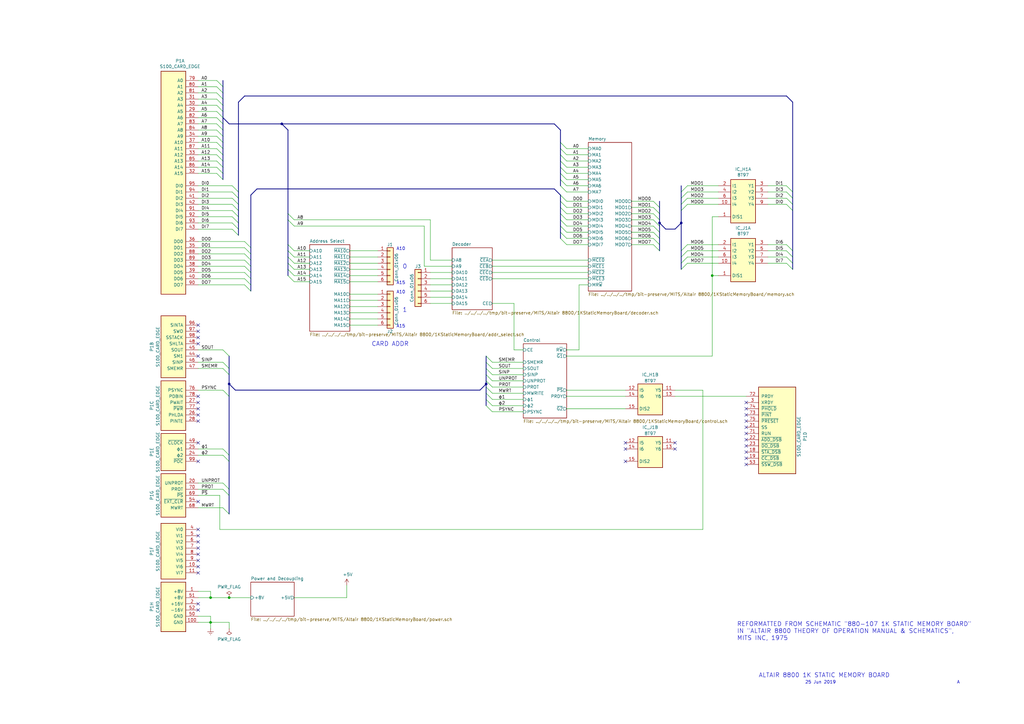
<source format=kicad_sch>
(kicad_sch (version 20230121) (generator eeschema)
  (paper "A3")
  (lib_symbols
    (symbol "1KStaticMemoryBoard-rescue:8T97-altair8800"
      (property "Reference" "U" (at -3.81 12.7 0))
      (property "Value" "altair8800_8T97" (at 2.54 12.7 0))
      (symbol "8T97-altair8800_1_1"
        (rectangle (start -5.08 7.62) (end 5.08 -10.16) (stroke (width 0.254)) (fill (type background)))
        (pin input line (at -10.16 -7.62 0) (length 5.08) (name "DIS1") (number "1"))
        (pin input line (at -10.16 -2.54 0) (length 5.08) (name "I4") (number "10"))
        (pin input line (at -10.16 5.08 0) (length 5.08) (name "I1") (number "2"))
        (pin output line (at 10.16 5.08 180) (length 5.08) (name "Y1") (number "3"))
        (pin input line (at -10.16 2.54 0) (length 5.08) (name "I2") (number "4"))
        (pin output line (at 10.16 2.54 180) (length 5.08) (name "Y2") (number "5"))
        (pin input line (at -10.16 0 0) (length 5.08) (name "I3") (number "6"))
        (pin output line (at 10.16 0 180) (length 5.08) (name "Y3") (number "7"))
        (pin output line (at 10.16 -2.54 180) (length 5.08) (name "Y4") (number "9"))
      )
      (symbol "8T97-altair8800_2_1"
        (rectangle (start -5.08 5.08) (end 5.08 -7.62) (stroke (width 0.254)) (fill (type background)))
        (pin output line (at 10.16 2.54 180) (length 5.08) (name "Y5") (number "11"))
        (pin input line (at -10.16 2.54 0) (length 5.08) (name "I5") (number "12"))
        (pin output line (at 10.16 0 180) (length 5.08) (name "Y6") (number "13"))
        (pin input line (at -10.16 0 0) (length 5.08) (name "I6") (number "14"))
        (pin input line (at -10.16 -5.08 0) (length 5.08) (name "DIS2") (number "15"))
      )
      (symbol "8T97-altair8800_3_1"
        (rectangle (start -2.54 5.08) (end 2.54 -5.08) (stroke (width 0.254)) (fill (type background)))
        (pin power_in line (at 0 10.16 270) (length 5.08) (name "VCC") (number "16"))
        (pin power_in line (at 0 -10.16 90) (length 5.08) (name "GND") (number "8"))
      )
    )
    (symbol "1KStaticMemoryBoard-rescue:S100_CARD_EDGE-altair8800" (pin_names (offset 1.016))
      (property "Reference" "P" (at -1.27 -66.04 0))
      (property "Value" "altair8800_S100_CARD_EDGE" (at 0 -63.5 0))
      (symbol "S100_CARD_EDGE-altair8800_1_1"
        (rectangle (start -5.08 46.99) (end 5.08 -44.45) (stroke (width 0.254)) (fill (type background)))
        (pin passive line (at -10.16 30.48 0) (length 5.08) (name "A5") (number "29"))
        (pin passive line (at -10.16 33.02 0) (length 5.08) (name "A4") (number "30"))
        (pin passive line (at -10.16 35.56 0) (length 5.08) (name "A3") (number "31"))
        (pin passive line (at -10.16 5.08 0) (length 5.08) (name "A15") (number "32"))
        (pin passive line (at -10.16 12.7 0) (length 5.08) (name "A12") (number "33"))
        (pin passive line (at -10.16 20.32 0) (length 5.08) (name "A9") (number "34"))
        (pin passive line (at -10.16 -25.4 0) (length 5.08) (name "DO1") (number "35"))
        (pin passive line (at -10.16 -22.86 0) (length 5.08) (name "DO0") (number "36"))
        (pin passive line (at -10.16 17.78 0) (length 5.08) (name "A10") (number "37"))
        (pin passive line (at -10.16 -33.02 0) (length 5.08) (name "DO4") (number "38"))
        (pin passive line (at -10.16 -35.56 0) (length 5.08) (name "DO5") (number "39"))
        (pin passive line (at -10.16 -38.1 0) (length 5.08) (name "DO6") (number "40"))
        (pin passive line (at -10.16 -5.08 0) (length 5.08) (name "DI2") (number "41"))
        (pin passive line (at -10.16 -7.62 0) (length 5.08) (name "DI3") (number "42"))
        (pin passive line (at -10.16 -17.78 0) (length 5.08) (name "DI7") (number "43"))
        (pin passive line (at -10.16 43.18 0) (length 5.08) (name "A0") (number "79"))
        (pin passive line (at -10.16 40.64 0) (length 5.08) (name "A1") (number "80"))
        (pin passive line (at -10.16 38.1 0) (length 5.08) (name "A2") (number "81"))
        (pin passive line (at -10.16 27.94 0) (length 5.08) (name "A6") (number "82"))
        (pin passive line (at -10.16 25.4 0) (length 5.08) (name "A7") (number "83"))
        (pin passive line (at -10.16 22.86 0) (length 5.08) (name "A8") (number "84"))
        (pin passive line (at -10.16 10.16 0) (length 5.08) (name "A13") (number "85"))
        (pin passive line (at -10.16 7.62 0) (length 5.08) (name "A14") (number "86"))
        (pin passive line (at -10.16 15.24 0) (length 5.08) (name "A11") (number "87"))
        (pin passive line (at -10.16 -27.94 0) (length 5.08) (name "DO2") (number "88"))
        (pin passive line (at -10.16 -30.48 0) (length 5.08) (name "DO3") (number "89"))
        (pin passive line (at -10.16 -40.64 0) (length 5.08) (name "DO7") (number "90"))
        (pin passive line (at -10.16 -10.16 0) (length 5.08) (name "DI4") (number "91"))
        (pin passive line (at -10.16 -12.7 0) (length 5.08) (name "DI5") (number "92"))
        (pin passive line (at -10.16 -15.24 0) (length 5.08) (name "DI6") (number "93"))
        (pin passive line (at -10.16 -2.54 0) (length 5.08) (name "DI1") (number "94"))
        (pin passive line (at -10.16 0 0) (length 5.08) (name "DI0") (number "95"))
      )
      (symbol "S100_CARD_EDGE-altair8800_2_1"
        (rectangle (start -5.08 11.43) (end 5.08 -13.97) (stroke (width 0.254)) (fill (type background)))
        (pin passive line (at -10.16 -5.08 0) (length 5.08) (name "SM1") (number "44"))
        (pin passive line (at -10.16 -2.54 0) (length 5.08) (name "SOUT") (number "45"))
        (pin passive line (at -10.16 -7.62 0) (length 5.08) (name "SINP") (number "46"))
        (pin passive line (at -10.16 -10.16 0) (length 5.08) (name "SMEMR") (number "47"))
        (pin passive line (at -10.16 0 0) (length 5.08) (name "SHLTA") (number "48"))
        (pin passive line (at -10.16 7.62 0) (length 5.08) (name "SINTA") (number "96"))
        (pin passive line (at -10.16 5.08 0) (length 5.08) (name "SWO") (number "97"))
        (pin passive line (at -10.16 2.54 0) (length 5.08) (name "SSTACK") (number "98"))
      )
      (symbol "S100_CARD_EDGE-altair8800_3_1"
        (rectangle (start -5.08 8.89) (end 5.08 -11.43) (stroke (width 0.254)) (fill (type background)))
        (pin passive line (at -10.16 -5.08 0) (length 5.08) (name "PHLDA") (number "26"))
        (pin passive line (at -10.16 0 0) (length 5.08) (name "PWAIT") (number "27"))
        (pin passive line (at -10.16 -7.62 0) (length 5.08) (name "PINTE") (number "28"))
        (pin passive line (at -10.16 5.08 0) (length 5.08) (name "PSYNC") (number "76"))
        (pin passive line (at -10.16 -2.54 0) (length 5.08) (name "~{PWR}") (number "77"))
        (pin passive line (at -10.16 2.54 0) (length 5.08) (name "PDBIN") (number "78"))
      )
      (symbol "S100_CARD_EDGE-altair8800_4_1"
        (rectangle (start -7.62 19.05) (end 7.62 -16.51) (stroke (width 0.254)) (fill (type background)))
        (pin passive line (at -12.7 -7.62 0) (length 5.08) (name "~{STA_DSB}") (number "18"))
        (pin passive line (at -12.7 -10.16 0) (length 5.08) (name "~{CC_DSB}") (number "19"))
        (pin passive line (at -12.7 2.54 0) (length 5.08) (name "SS") (number "21"))
        (pin passive line (at -12.7 -2.54 0) (length 5.08) (name "~{ADD_DSB}") (number "22"))
        (pin passive line (at -12.7 -5.08 0) (length 5.08) (name "~{DO_DSB}") (number "23"))
        (pin passive line (at -12.7 12.7 0) (length 5.08) (name "XRDY") (number "3"))
        (pin passive line (at -12.7 -12.7 0) (length 5.08) (name "~{SSW_DSB}") (number "53"))
        (pin passive line (at -12.7 0 0) (length 5.08) (name "RUN") (number "71"))
        (pin passive line (at -12.7 15.24 0) (length 5.08) (name "PRDY") (number "72"))
        (pin passive line (at -12.7 7.62 0) (length 5.08) (name "~{PINT}") (number "73"))
        (pin passive line (at -12.7 10.16 0) (length 5.08) (name "~{PHOLD}") (number "74"))
        (pin passive line (at -12.7 5.08 0) (length 5.08) (name "~{PRESET}") (number "75"))
      )
      (symbol "S100_CARD_EDGE-altair8800_5_1"
        (rectangle (start -5.08 6.35) (end 5.08 -8.89) (stroke (width 0.254)) (fill (type background)))
        (pin passive line (at -10.16 -2.54 0) (length 5.08) (name "ϕ2") (number "24"))
        (pin passive line (at -10.16 0 0) (length 5.08) (name "ϕ1") (number "25"))
        (pin passive line (at -10.16 2.54 0) (length 5.08) (name "~{CLOCK}") (number "49"))
        (pin passive line (at -10.16 -5.08 0) (length 5.08) (name "~{POC}") (number "99"))
      )
      (symbol "S100_CARD_EDGE-altair8800_6_1"
        (rectangle (start -5.08 7.62) (end 5.08 -15.24) (stroke (width 0.254)) (fill (type background)))
        (pin passive line (at -10.16 -10.16 0) (length 5.08) (name "VI6") (number "10"))
        (pin passive line (at -10.16 -12.7 0) (length 5.08) (name "VI7") (number "11"))
        (pin passive line (at -10.16 5.08 0) (length 5.08) (name "VI0") (number "4"))
        (pin passive line (at -10.16 2.54 0) (length 5.08) (name "VI1") (number "5"))
        (pin passive line (at -10.16 0 0) (length 5.08) (name "VI2") (number "6"))
        (pin passive line (at -10.16 -2.54 0) (length 5.08) (name "VI3") (number "7"))
        (pin passive line (at -10.16 -5.08 0) (length 5.08) (name "VI4") (number "8"))
        (pin passive line (at -10.16 -7.62 0) (length 5.08) (name "VI5") (number "9"))
      )
      (symbol "S100_CARD_EDGE-altair8800_7_1"
        (rectangle (start -5.08 8.89) (end 5.08 -8.89) (stroke (width 0.254)) (fill (type background)))
        (pin passive line (at -10.16 5.08 0) (length 5.08) (name "UNPROT") (number "20"))
        (pin passive line (at -10.16 -2.54 0) (length 5.08) (name "~{EXT_CLR}") (number "54"))
        (pin passive line (at -10.16 -5.08 0) (length 5.08) (name "MWRT") (number "68"))
        (pin passive line (at -10.16 0 0) (length 5.08) (name "~{PS}") (number "69"))
        (pin passive line (at -10.16 2.54 0) (length 5.08) (name "PROT") (number "70"))
      )
      (symbol "S100_CARD_EDGE-altair8800_8_1"
        (rectangle (start -5.08 8.89) (end 5.08 -11.43) (stroke (width 0.254)) (fill (type background)))
        (pin passive line (at -10.16 5.08 0) (length 5.08) (name "+8V") (number "1"))
        (pin passive line (at -10.16 -7.62 0) (length 5.08) (name "GND") (number "100"))
        (pin passive line (at -10.16 0 0) (length 5.08) (name "+16V") (number "2"))
        (pin passive line (at -10.16 -5.08 0) (length 5.08) (name "GND") (number "50"))
        (pin passive line (at -10.16 2.54 0) (length 5.08) (name "+8V") (number "51"))
        (pin passive line (at -10.16 -2.54 0) (length 5.08) (name "-16V") (number "52"))
      )
    )
    (symbol "Connector_Generic:Conn_01x06" (pin_names (offset 1.016) hide)
      (property "Reference" "J" (at 0 7.62 0))
      (property "Value" "Conn_01x06" (at 0 -10.16 0))
      (symbol "Conn_01x06_1_1"
        (rectangle (start -1.27 -7.493) (end 0 -7.747) (stroke (width 0.1524)))
        (rectangle (start -1.27 -4.953) (end 0 -5.207) (stroke (width 0.1524)))
        (rectangle (start -1.27 -2.413) (end 0 -2.667) (stroke (width 0.1524)))
        (rectangle (start -1.27 0.127) (end 0 -0.127) (stroke (width 0.1524)))
        (rectangle (start -1.27 2.667) (end 0 2.413) (stroke (width 0.1524)))
        (rectangle (start -1.27 5.207) (end 0 4.953) (stroke (width 0.1524)))
        (rectangle (start -1.27 6.35) (end 1.27 -8.89) (stroke (width 0.254)) (fill (type background)))
        (pin passive line (at -5.08 5.08 0) (length 3.81) (name "Pin_1") (number "1"))
        (pin passive line (at -5.08 2.54 0) (length 3.81) (name "Pin_2") (number "2"))
        (pin passive line (at -5.08 0 0) (length 3.81) (name "Pin_3") (number "3"))
        (pin passive line (at -5.08 -2.54 0) (length 3.81) (name "Pin_4") (number "4"))
        (pin passive line (at -5.08 -5.08 0) (length 3.81) (name "Pin_5") (number "5"))
        (pin passive line (at -5.08 -7.62 0) (length 3.81) (name "Pin_6") (number "6"))
      )
    )
    (symbol "power:+5V" (power) (pin_names (offset 0))
      (property "Value" "+5V" (at 0 3.556 0))
      (symbol "+5V_0_1"
        (polyline (pts (xy -0.762 1.27) (xy 0 2.54)))
        (polyline (pts (xy 0 0) (xy 0 2.54)))
        (polyline (pts (xy 0 2.54) (xy 0.762 1.27)))
      )
      (symbol "+5V_1_1"
        (pin power_in line (at 0 0 90) (length 0) hide (name "+5V") (number "1"))
      )
    )
    (symbol "power:GNDREF" (power) (pin_names (offset 0))
      (property "Value" "GNDREF" (at 0 -3.81 0))
      (symbol "GNDREF_0_1"
        (polyline (pts (xy -0.635 -1.905) (xy 0.635 -1.905)))
        (polyline (pts (xy -0.127 -2.54) (xy 0.127 -2.54)))
        (polyline (pts (xy 0 -1.27) (xy 0 0)))
        (polyline (pts (xy 1.27 -1.27) (xy -1.27 -1.27)))
      )
      (symbol "GNDREF_1_1"
        (pin power_in line (at 0 0 270) (length 0) hide (name "GNDREF") (number "1"))
      )
    )
    (symbol "power:PWR_FLAG" (power) (pin_numbers hide) (pin_names (offset 0) hide)
      (property "Value" "PWR_FLAG" (at 0 3.81 0))
      (symbol "PWR_FLAG_0_0"
        (pin power_out line (at 0 0 90) (length 0) (name "pwr") (number "1"))
      )
      (symbol "PWR_FLAG_0_1"
        (polyline (pts (xy 0 0) (xy 0 1.27) (xy -1.016 1.905) (xy 0 2.54) (xy 1.016 1.905) (xy 0 1.27)))
      )
    )
  )
  (junction (at 199.39 157.48))
  (junction (at 86.36 255.27))
  (junction (at 115.57 50.8))
  (junction (at 86.36 245.11))
  (junction (at 93.98 245.11))
  (junction (at 279.4 91.44))
  (junction (at 93.98 157.48))
  (junction (at 292.1 113.03))
  (junction (at 270.51 91.44))
  (no_connect (at 81.28 224.79))
  (no_connect (at 306.07 165.1))
  (no_connect (at 306.07 185.42))
  (no_connect (at 81.28 170.18))
  (no_connect (at 81.28 162.56))
  (no_connect (at 256.54 189.23))
  (no_connect (at 81.28 222.25))
  (no_connect (at 306.07 175.26))
  (no_connect (at 81.28 217.17))
  (no_connect (at 81.28 165.1))
  (no_connect (at 81.28 135.89))
  (no_connect (at 306.07 167.64))
  (no_connect (at 306.07 182.88))
  (no_connect (at 256.54 184.15))
  (no_connect (at 81.28 232.41))
  (no_connect (at 306.07 190.5))
  (no_connect (at 81.28 227.33))
  (no_connect (at 81.28 205.74))
  (no_connect (at 81.28 229.87))
  (no_connect (at 81.28 138.43))
  (no_connect (at 306.07 187.96))
  (no_connect (at 306.07 180.34))
  (no_connect (at 306.07 172.72))
  (no_connect (at 81.28 146.05))
  (no_connect (at 276.86 184.15))
  (no_connect (at 306.07 177.8))
  (no_connect (at 81.28 234.95))
  (no_connect (at 256.54 181.61))
  (no_connect (at 81.28 181.61))
  (no_connect (at 81.28 189.23))
  (no_connect (at 81.28 172.72))
  (no_connect (at 81.28 133.35))
  (no_connect (at 81.28 219.71))
  (no_connect (at 81.28 250.19))
  (no_connect (at 81.28 167.64))
  (no_connect (at 81.28 247.65))
  (no_connect (at 306.07 170.18))
  (no_connect (at 276.86 181.61))
  (no_connect (at 81.28 140.97))
  (bus_entry (at 229.87 85.09) (size 2.54 2.54))
  (bus_entry (at 95.25 91.44) (size 2.54 2.54))
  (bus_entry (at 267.97 100.33) (size 2.54 2.54))
  (bus_entry (at 100.33 104.14) (size 2.54 2.54))
  (bus_entry (at 91.44 198.12) (size 2.54 2.54))
  (bus_entry (at 267.97 87.63) (size 2.54 2.54))
  (bus_entry (at 229.87 73.66) (size 2.54 2.54))
  (bus_entry (at 199.39 163.83) (size 2.54 2.54))
  (bus_entry (at 100.33 114.3) (size 2.54 2.54))
  (bus_entry (at 100.33 101.6) (size 2.54 2.54))
  (bus_entry (at 267.97 92.71) (size 2.54 2.54))
  (bus_entry (at 88.9 48.26) (size 2.54 2.54))
  (bus_entry (at 91.44 160.02) (size 2.54 2.54))
  (bus_entry (at 88.9 53.34) (size 2.54 2.54))
  (bus_entry (at 325.12 102.87) (size -2.54 -2.54))
  (bus_entry (at 91.44 151.13) (size 2.54 2.54))
  (bus_entry (at 88.9 58.42) (size 2.54 2.54))
  (bus_entry (at 100.33 109.22) (size 2.54 2.54))
  (bus_entry (at 91.44 208.28) (size 2.54 2.54))
  (bus_entry (at 279.4 110.49) (size 2.54 -2.54))
  (bus_entry (at 100.33 116.84) (size 2.54 2.54))
  (bus_entry (at 279.4 107.95) (size 2.54 -2.54))
  (bus_entry (at 325.12 105.41) (size -2.54 -2.54))
  (bus_entry (at 95.25 76.2) (size 2.54 2.54))
  (bus_entry (at 95.25 88.9) (size 2.54 2.54))
  (bus_entry (at 95.25 93.98) (size 2.54 2.54))
  (bus_entry (at 88.9 33.02) (size 2.54 2.54))
  (bus_entry (at 325.12 86.36) (size -2.54 -2.54))
  (bus_entry (at 325.12 81.28) (size -2.54 -2.54))
  (bus_entry (at 118.11 113.03) (size 2.54 2.54))
  (bus_entry (at 95.25 78.74) (size 2.54 2.54))
  (bus_entry (at 118.11 110.49) (size 2.54 2.54))
  (bus_entry (at 91.44 186.69) (size 2.54 2.54))
  (bus_entry (at 199.39 161.29) (size 2.54 2.54))
  (bus_entry (at 229.87 87.63) (size 2.54 2.54))
  (bus_entry (at 229.87 58.42) (size 2.54 2.54))
  (bus_entry (at 91.44 200.66) (size 2.54 2.54))
  (bus_entry (at 88.9 40.64) (size 2.54 2.54))
  (bus_entry (at 229.87 90.17) (size 2.54 2.54))
  (bus_entry (at 118.11 102.87) (size 2.54 2.54))
  (bus_entry (at 279.4 102.87) (size 2.54 -2.54))
  (bus_entry (at 229.87 97.79) (size 2.54 2.54))
  (bus_entry (at 199.39 148.59) (size 2.54 2.54))
  (bus_entry (at 88.9 50.8) (size 2.54 2.54))
  (bus_entry (at 279.4 105.41) (size 2.54 -2.54))
  (bus_entry (at 118.11 100.33) (size 2.54 2.54))
  (bus_entry (at 325.12 78.74) (size -2.54 -2.54))
  (bus_entry (at 88.9 71.12) (size 2.54 2.54))
  (bus_entry (at 88.9 43.18) (size 2.54 2.54))
  (bus_entry (at 100.33 99.06) (size 2.54 2.54))
  (bus_entry (at 229.87 68.58) (size 2.54 2.54))
  (bus_entry (at 229.87 66.04) (size 2.54 2.54))
  (bus_entry (at 267.97 85.09) (size 2.54 2.54))
  (bus_entry (at 325.12 83.82) (size -2.54 -2.54))
  (bus_entry (at 229.87 82.55) (size 2.54 2.54))
  (bus_entry (at 118.11 87.63) (size 2.54 2.54))
  (bus_entry (at 229.87 92.71) (size 2.54 2.54))
  (bus_entry (at 267.97 90.17) (size 2.54 2.54))
  (bus_entry (at 229.87 76.2) (size 2.54 2.54))
  (bus_entry (at 88.9 45.72) (size 2.54 2.54))
  (bus_entry (at 229.87 71.12) (size 2.54 2.54))
  (bus_entry (at 325.12 107.95) (size -2.54 -2.54))
  (bus_entry (at 91.44 148.59) (size 2.54 2.54))
  (bus_entry (at 199.39 156.21) (size 2.54 2.54))
  (bus_entry (at 199.39 153.67) (size 2.54 2.54))
  (bus_entry (at 229.87 95.25) (size 2.54 2.54))
  (bus_entry (at 229.87 80.01) (size 2.54 2.54))
  (bus_entry (at 267.97 97.79) (size 2.54 2.54))
  (bus_entry (at 100.33 111.76) (size 2.54 2.54))
  (bus_entry (at 118.11 105.41) (size 2.54 2.54))
  (bus_entry (at 279.4 83.82) (size 2.54 -2.54))
  (bus_entry (at 88.9 68.58) (size 2.54 2.54))
  (bus_entry (at 95.25 81.28) (size 2.54 2.54))
  (bus_entry (at 91.44 143.51) (size 2.54 2.54))
  (bus_entry (at 229.87 60.96) (size 2.54 2.54))
  (bus_entry (at 279.4 78.74) (size 2.54 -2.54))
  (bus_entry (at 267.97 95.25) (size 2.54 2.54))
  (bus_entry (at 88.9 60.96) (size 2.54 2.54))
  (bus_entry (at 199.39 158.75) (size 2.54 2.54))
  (bus_entry (at 100.33 106.68) (size 2.54 2.54))
  (bus_entry (at 199.39 146.05) (size 2.54 2.54))
  (bus_entry (at 325.12 110.49) (size -2.54 -2.54))
  (bus_entry (at 199.39 166.37) (size 2.54 2.54))
  (bus_entry (at 118.11 90.17) (size 2.54 2.54))
  (bus_entry (at 95.25 83.82) (size 2.54 2.54))
  (bus_entry (at 199.39 151.13) (size 2.54 2.54))
  (bus_entry (at 279.4 81.28) (size 2.54 -2.54))
  (bus_entry (at 88.9 35.56) (size 2.54 2.54))
  (bus_entry (at 279.4 86.36) (size 2.54 -2.54))
  (bus_entry (at 91.44 184.15) (size 2.54 2.54))
  (bus_entry (at 88.9 38.1) (size 2.54 2.54))
  (bus_entry (at 88.9 55.88) (size 2.54 2.54))
  (bus_entry (at 267.97 82.55) (size 2.54 2.54))
  (bus_entry (at 88.9 63.5) (size 2.54 2.54))
  (bus_entry (at 95.25 86.36) (size 2.54 2.54))
  (bus_entry (at 229.87 63.5) (size 2.54 2.54))
  (bus_entry (at 118.11 107.95) (size 2.54 2.54))
  (bus_entry (at 88.9 66.04) (size 2.54 2.54))
  (bus (pts (xy 91.44 66.04) (xy 91.44 68.58)))
  (bus (pts (xy 91.44 50.8) (xy 91.44 53.34)))
  (wire (pts (xy 294.64 113.03) (xy 292.1 113.03)))
  (wire (pts (xy 241.3 92.71) (xy 232.41 92.71)))
  (bus (pts (xy 91.44 33.02) (xy 91.44 35.56)))
  (bus (pts (xy 97.79 41.91) (xy 100.33 39.37)))
  (bus (pts (xy 279.4 81.28) (xy 279.4 83.82)))
  (wire (pts (xy 281.94 100.33) (xy 294.64 100.33)))
  (wire (pts (xy 120.65 107.95) (xy 127 107.95)))
  (bus (pts (xy 270.51 92.71) (xy 270.51 95.25)))
  (wire (pts (xy 81.28 151.13) (xy 91.44 151.13)))
  (wire (pts (xy 173.99 92.71) (xy 173.99 109.22)))
  (bus (pts (xy 229.87 60.96) (xy 229.87 63.5)))
  (bus (pts (xy 279.4 78.74) (xy 279.4 81.28)))
  (wire (pts (xy 81.28 184.15) (xy 91.44 184.15)))
  (wire (pts (xy 294.64 88.9) (xy 292.1 88.9)))
  (bus (pts (xy 229.87 87.63) (xy 229.87 90.17)))
  (wire (pts (xy 120.65 105.41) (xy 127 105.41)))
  (wire (pts (xy 90.17 217.17) (xy 288.29 217.17)))
  (wire (pts (xy 81.28 186.69) (xy 91.44 186.69)))
  (bus (pts (xy 91.44 53.34) (xy 91.44 55.88)))
  (bus (pts (xy 229.87 73.66) (xy 229.87 76.2)))
  (bus (pts (xy 115.57 50.8) (xy 227.33 50.8)))
  (wire (pts (xy 201.93 161.29) (xy 214.63 161.29)))
  (bus (pts (xy 325.12 41.91) (xy 325.12 78.74)))
  (bus (pts (xy 118.11 107.95) (xy 118.11 110.49)))
  (wire (pts (xy 143.51 113.03) (xy 154.94 113.03)))
  (wire (pts (xy 81.28 116.84) (xy 100.33 116.84)))
  (wire (pts (xy 241.3 95.25) (xy 232.41 95.25)))
  (bus (pts (xy 325.12 105.41) (xy 325.12 107.95)))
  (wire (pts (xy 241.3 85.09) (xy 232.41 85.09)))
  (bus (pts (xy 93.98 153.67) (xy 93.98 157.48)))
  (wire (pts (xy 81.28 71.12) (xy 88.9 71.12)))
  (wire (pts (xy 86.36 245.11) (xy 93.98 245.11)))
  (bus (pts (xy 91.44 63.5) (xy 91.44 66.04)))
  (wire (pts (xy 210.82 124.46) (xy 210.82 143.51)))
  (bus (pts (xy 97.79 41.91) (xy 97.79 78.74)))
  (bus (pts (xy 325.12 102.87) (xy 325.12 105.41)))
  (wire (pts (xy 93.98 245.11) (xy 102.87 245.11)))
  (wire (pts (xy 81.28 78.74) (xy 95.25 78.74)))
  (wire (pts (xy 81.28 93.98) (xy 95.25 93.98)))
  (bus (pts (xy 97.79 93.98) (xy 97.79 96.52)))
  (bus (pts (xy 93.98 203.2) (xy 93.98 210.82)))
  (wire (pts (xy 81.28 114.3) (xy 100.33 114.3)))
  (bus (pts (xy 91.44 45.72) (xy 91.44 48.26)))
  (wire (pts (xy 81.28 55.88) (xy 88.9 55.88)))
  (wire (pts (xy 81.28 99.06) (xy 100.33 99.06)))
  (bus (pts (xy 91.44 68.58) (xy 91.44 71.12)))
  (bus (pts (xy 199.39 153.67) (xy 199.39 156.21)))
  (wire (pts (xy 259.08 87.63) (xy 267.97 87.63)))
  (wire (pts (xy 81.28 109.22) (xy 100.33 109.22)))
  (bus (pts (xy 279.4 105.41) (xy 279.4 107.95)))
  (bus (pts (xy 270.51 95.25) (xy 270.51 97.79)))
  (bus (pts (xy 270.51 91.44) (xy 273.05 93.98)))
  (bus (pts (xy 229.87 95.25) (xy 229.87 97.79)))
  (bus (pts (xy 229.87 71.12) (xy 229.87 73.66)))
  (bus (pts (xy 93.98 200.66) (xy 93.98 203.2)))
  (bus (pts (xy 102.87 114.3) (xy 102.87 116.84)))
  (bus (pts (xy 199.39 157.48) (xy 199.39 158.75)))
  (bus (pts (xy 97.79 86.36) (xy 97.79 88.9)))
  (bus (pts (xy 229.87 68.58) (xy 229.87 71.12)))
  (bus (pts (xy 196.85 160.02) (xy 199.39 157.48)))
  (wire (pts (xy 241.3 97.79) (xy 232.41 97.79)))
  (bus (pts (xy 97.79 78.74) (xy 97.79 81.28)))
  (wire (pts (xy 241.3 73.66) (xy 232.41 73.66)))
  (bus (pts (xy 270.51 90.17) (xy 270.51 91.44)))
  (wire (pts (xy 237.49 116.84) (xy 241.3 116.84)))
  (wire (pts (xy 81.28 48.26) (xy 88.9 48.26)))
  (bus (pts (xy 270.51 91.44) (xy 270.51 92.71)))
  (wire (pts (xy 241.3 76.2) (xy 232.41 76.2)))
  (bus (pts (xy 97.79 81.28) (xy 97.79 83.82)))
  (wire (pts (xy 143.51 115.57) (xy 154.94 115.57)))
  (wire (pts (xy 314.96 83.82) (xy 322.58 83.82)))
  (wire (pts (xy 201.93 153.67) (xy 214.63 153.67)))
  (wire (pts (xy 210.82 143.51) (xy 214.63 143.51)))
  (bus (pts (xy 91.44 71.12) (xy 91.44 73.66)))
  (wire (pts (xy 201.93 109.22) (xy 241.3 109.22)))
  (wire (pts (xy 241.3 68.58) (xy 232.41 68.58)))
  (wire (pts (xy 232.41 167.64) (xy 256.54 167.64)))
  (wire (pts (xy 314.96 102.87) (xy 322.58 102.87)))
  (bus (pts (xy 93.98 146.05) (xy 93.98 151.13)))
  (bus (pts (xy 118.11 100.33) (xy 118.11 102.87)))
  (wire (pts (xy 314.96 78.74) (xy 322.58 78.74)))
  (wire (pts (xy 81.28 106.68) (xy 100.33 106.68)))
  (wire (pts (xy 288.29 160.02) (xy 276.86 160.02)))
  (bus (pts (xy 325.12 78.74) (xy 325.12 81.28)))
  (wire (pts (xy 81.28 198.12) (xy 91.44 198.12)))
  (bus (pts (xy 118.11 102.87) (xy 118.11 105.41)))
  (wire (pts (xy 81.28 66.04) (xy 88.9 66.04)))
  (wire (pts (xy 241.3 82.55) (xy 232.41 82.55)))
  (wire (pts (xy 81.28 104.14) (xy 100.33 104.14)))
  (wire (pts (xy 81.28 58.42) (xy 88.9 58.42)))
  (bus (pts (xy 93.98 189.23) (xy 93.98 200.66)))
  (wire (pts (xy 81.28 245.11) (xy 86.36 245.11)))
  (bus (pts (xy 279.4 86.36) (xy 279.4 91.44)))
  (wire (pts (xy 241.3 63.5) (xy 232.41 63.5)))
  (bus (pts (xy 91.44 48.26) (xy 91.44 50.8)))
  (wire (pts (xy 232.41 160.02) (xy 256.54 160.02)))
  (wire (pts (xy 232.41 146.05) (xy 292.1 146.05)))
  (wire (pts (xy 314.96 105.41) (xy 322.58 105.41)))
  (bus (pts (xy 276.86 93.98) (xy 279.4 91.44)))
  (wire (pts (xy 176.53 111.76) (xy 185.42 111.76)))
  (bus (pts (xy 93.98 162.56) (xy 93.98 186.69)))
  (bus (pts (xy 96.52 160.02) (xy 196.85 160.02)))
  (wire (pts (xy 201.93 151.13) (xy 214.63 151.13)))
  (wire (pts (xy 259.08 97.79) (xy 267.97 97.79)))
  (bus (pts (xy 100.33 39.37) (xy 322.58 39.37)))
  (wire (pts (xy 292.1 88.9) (xy 292.1 113.03)))
  (wire (pts (xy 232.41 143.51) (xy 237.49 143.51)))
  (bus (pts (xy 279.4 107.95) (xy 279.4 110.49)))
  (wire (pts (xy 120.65 110.49) (xy 127 110.49)))
  (wire (pts (xy 241.3 87.63) (xy 232.41 87.63)))
  (wire (pts (xy 81.28 40.64) (xy 88.9 40.64)))
  (bus (pts (xy 93.98 50.8) (xy 115.57 50.8)))
  (wire (pts (xy 185.42 106.68) (xy 176.53 106.68)))
  (bus (pts (xy 199.39 148.59) (xy 199.39 151.13)))
  (wire (pts (xy 81.28 252.73) (xy 86.36 252.73)))
  (wire (pts (xy 120.65 245.11) (xy 142.24 245.11)))
  (bus (pts (xy 118.11 53.34) (xy 118.11 87.63)))
  (wire (pts (xy 201.93 163.83) (xy 214.63 163.83)))
  (wire (pts (xy 173.99 109.22) (xy 185.42 109.22)))
  (bus (pts (xy 229.87 63.5) (xy 229.87 66.04)))
  (wire (pts (xy 81.28 38.1) (xy 88.9 38.1)))
  (bus (pts (xy 199.39 151.13) (xy 199.39 153.67)))
  (bus (pts (xy 227.33 77.47) (xy 229.87 80.01)))
  (bus (pts (xy 199.39 158.75) (xy 199.39 161.29)))
  (wire (pts (xy 81.28 160.02) (xy 91.44 160.02)))
  (wire (pts (xy 314.96 76.2) (xy 322.58 76.2)))
  (wire (pts (xy 81.28 91.44) (xy 95.25 91.44)))
  (bus (pts (xy 118.11 105.41) (xy 118.11 107.95)))
  (wire (pts (xy 292.1 113.03) (xy 292.1 146.05)))
  (wire (pts (xy 176.53 124.46) (xy 185.42 124.46)))
  (bus (pts (xy 97.79 91.44) (xy 97.79 93.98)))
  (wire (pts (xy 81.28 63.5) (xy 88.9 63.5)))
  (wire (pts (xy 93.98 255.27) (xy 93.98 257.81)))
  (wire (pts (xy 288.29 217.17) (xy 288.29 160.02)))
  (bus (pts (xy 93.98 157.48) (xy 96.52 160.02)))
  (bus (pts (xy 270.51 97.79) (xy 270.51 100.33)))
  (bus (pts (xy 93.98 157.48) (xy 93.98 162.56)))
  (bus (pts (xy 102.87 101.6) (xy 102.87 104.14)))
  (bus (pts (xy 270.51 87.63) (xy 270.51 90.17)))
  (wire (pts (xy 81.28 255.27) (xy 86.36 255.27)))
  (wire (pts (xy 241.3 78.74) (xy 232.41 78.74)))
  (wire (pts (xy 143.51 120.65) (xy 154.94 120.65)))
  (bus (pts (xy 115.57 50.8) (xy 118.11 53.34)))
  (wire (pts (xy 276.86 162.56) (xy 306.07 162.56)))
  (wire (pts (xy 142.24 245.11) (xy 142.24 240.03)))
  (wire (pts (xy 201.93 106.68) (xy 241.3 106.68)))
  (bus (pts (xy 102.87 116.84) (xy 102.87 119.38)))
  (wire (pts (xy 201.93 111.76) (xy 241.3 111.76)))
  (bus (pts (xy 91.44 48.26) (xy 93.98 50.8)))
  (bus (pts (xy 102.87 104.14) (xy 102.87 106.68)))
  (wire (pts (xy 241.3 66.04) (xy 232.41 66.04)))
  (bus (pts (xy 229.87 53.34) (xy 229.87 58.42)))
  (wire (pts (xy 90.17 203.2) (xy 90.17 217.17)))
  (wire (pts (xy 120.65 113.03) (xy 127 113.03)))
  (wire (pts (xy 259.08 100.33) (xy 267.97 100.33)))
  (wire (pts (xy 81.28 68.58) (xy 88.9 68.58)))
  (bus (pts (xy 91.44 60.96) (xy 91.44 63.5)))
  (wire (pts (xy 201.93 168.91) (xy 214.63 168.91)))
  (bus (pts (xy 118.11 110.49) (xy 118.11 113.03)))
  (wire (pts (xy 281.94 107.95) (xy 294.64 107.95)))
  (bus (pts (xy 93.98 151.13) (xy 93.98 153.67)))
  (bus (pts (xy 273.05 93.98) (xy 276.86 93.98)))
  (wire (pts (xy 241.3 60.96) (xy 232.41 60.96)))
  (bus (pts (xy 227.33 77.47) (xy 105.41 77.47)))
  (bus (pts (xy 229.87 58.42) (xy 229.87 60.96)))
  (wire (pts (xy 201.93 114.3) (xy 241.3 114.3)))
  (bus (pts (xy 227.33 50.8) (xy 229.87 53.34)))
  (bus (pts (xy 270.51 100.33) (xy 270.51 102.87)))
  (wire (pts (xy 281.94 102.87) (xy 294.64 102.87)))
  (bus (pts (xy 229.87 80.01) (xy 229.87 82.55)))
  (bus (pts (xy 325.12 81.28) (xy 325.12 83.82)))
  (bus (pts (xy 118.11 87.63) (xy 118.11 90.17)))
  (wire (pts (xy 86.36 252.73) (xy 86.36 255.27)))
  (wire (pts (xy 143.51 128.27) (xy 154.94 128.27)))
  (wire (pts (xy 143.51 105.41) (xy 154.94 105.41)))
  (bus (pts (xy 93.98 186.69) (xy 93.98 189.23)))
  (bus (pts (xy 229.87 90.17) (xy 229.87 92.71)))
  (wire (pts (xy 143.51 102.87) (xy 154.94 102.87)))
  (wire (pts (xy 81.28 208.28) (xy 91.44 208.28)))
  (wire (pts (xy 176.53 121.92) (xy 185.42 121.92)))
  (bus (pts (xy 325.12 107.95) (xy 325.12 110.49)))
  (wire (pts (xy 143.51 125.73) (xy 154.94 125.73)))
  (wire (pts (xy 201.93 158.75) (xy 214.63 158.75)))
  (bus (pts (xy 91.44 35.56) (xy 91.44 38.1)))
  (bus (pts (xy 91.44 55.88) (xy 91.44 58.42)))
  (wire (pts (xy 143.51 107.95) (xy 154.94 107.95)))
  (wire (pts (xy 81.28 60.96) (xy 88.9 60.96)))
  (wire (pts (xy 81.28 203.2) (xy 90.17 203.2)))
  (wire (pts (xy 176.53 106.68) (xy 176.53 90.17)))
  (wire (pts (xy 81.28 200.66) (xy 91.44 200.66)))
  (bus (pts (xy 102.87 109.22) (xy 102.87 111.76)))
  (wire (pts (xy 86.36 255.27) (xy 93.98 255.27)))
  (wire (pts (xy 81.28 111.76) (xy 100.33 111.76)))
  (bus (pts (xy 97.79 83.82) (xy 97.79 86.36)))
  (wire (pts (xy 314.96 81.28) (xy 322.58 81.28)))
  (wire (pts (xy 176.53 119.38) (xy 185.42 119.38)))
  (wire (pts (xy 176.53 90.17) (xy 120.65 90.17)))
  (bus (pts (xy 279.4 83.82) (xy 279.4 86.36)))
  (wire (pts (xy 81.28 45.72) (xy 88.9 45.72)))
  (wire (pts (xy 81.28 242.57) (xy 86.36 242.57)))
  (bus (pts (xy 322.58 39.37) (xy 325.12 41.91)))
  (wire (pts (xy 259.08 95.25) (xy 267.97 95.25)))
  (wire (pts (xy 241.3 90.17) (xy 232.41 90.17)))
  (wire (pts (xy 81.28 33.02) (xy 88.9 33.02)))
  (wire (pts (xy 81.28 148.59) (xy 91.44 148.59)))
  (bus (pts (xy 270.51 85.09) (xy 270.51 87.63)))
  (wire (pts (xy 281.94 83.82) (xy 294.64 83.82)))
  (wire (pts (xy 259.08 92.71) (xy 267.97 92.71)))
  (wire (pts (xy 201.93 156.21) (xy 214.63 156.21)))
  (bus (pts (xy 91.44 58.42) (xy 91.44 60.96)))
  (bus (pts (xy 229.87 66.04) (xy 229.87 68.58)))
  (wire (pts (xy 120.65 115.57) (xy 127 115.57)))
  (wire (pts (xy 86.36 242.57) (xy 86.36 245.11)))
  (wire (pts (xy 143.51 130.81) (xy 154.94 130.81)))
  (wire (pts (xy 81.28 43.18) (xy 88.9 43.18)))
  (wire (pts (xy 281.94 81.28) (xy 294.64 81.28)))
  (bus (pts (xy 102.87 80.01) (xy 102.87 101.6)))
  (wire (pts (xy 232.41 162.56) (xy 256.54 162.56)))
  (bus (pts (xy 229.87 92.71) (xy 229.87 95.25)))
  (bus (pts (xy 229.87 82.55) (xy 229.87 85.09)))
  (bus (pts (xy 91.44 40.64) (xy 91.44 43.18)))
  (bus (pts (xy 91.44 43.18) (xy 91.44 45.72)))
  (wire (pts (xy 81.28 83.82) (xy 95.25 83.82)))
  (bus (pts (xy 279.4 102.87) (xy 279.4 105.41)))
  (wire (pts (xy 143.51 123.19) (xy 154.94 123.19)))
  (wire (pts (xy 176.53 116.84) (xy 185.42 116.84)))
  (bus (pts (xy 102.87 106.68) (xy 102.87 109.22)))
  (wire (pts (xy 81.28 88.9) (xy 95.25 88.9)))
  (wire (pts (xy 281.94 105.41) (xy 294.64 105.41)))
  (bus (pts (xy 199.39 161.29) (xy 199.39 163.83)))
  (wire (pts (xy 259.08 85.09) (xy 267.97 85.09)))
  (wire (pts (xy 237.49 116.84) (xy 237.49 143.51)))
  (bus (pts (xy 102.87 80.01) (xy 105.41 77.47)))
  (wire (pts (xy 201.93 124.46) (xy 210.82 124.46)))
  (wire (pts (xy 81.28 53.34) (xy 88.9 53.34)))
  (wire (pts (xy 314.96 107.95) (xy 322.58 107.95)))
  (wire (pts (xy 81.28 86.36) (xy 95.25 86.36)))
  (wire (pts (xy 143.51 133.35) (xy 154.94 133.35)))
  (bus (pts (xy 229.87 85.09) (xy 229.87 87.63)))
  (bus (pts (xy 279.4 76.2) (xy 279.4 78.74)))
  (bus (pts (xy 199.39 146.05) (xy 199.39 148.59)))
  (bus (pts (xy 199.39 163.83) (xy 199.39 166.37)))
  (bus (pts (xy 97.79 88.9) (xy 97.79 91.44)))
  (bus (pts (xy 91.44 38.1) (xy 91.44 40.64)))
  (wire (pts (xy 314.96 100.33) (xy 322.58 100.33)))
  (wire (pts (xy 81.28 81.28) (xy 95.25 81.28)))
  (wire (pts (xy 201.93 166.37) (xy 214.63 166.37)))
  (wire (pts (xy 143.51 110.49) (xy 154.94 110.49)))
  (wire (pts (xy 81.28 35.56) (xy 88.9 35.56)))
  (wire (pts (xy 281.94 78.74) (xy 294.64 78.74)))
  (wire (pts (xy 201.93 148.59) (xy 214.63 148.59)))
  (bus (pts (xy 270.51 82.55) (xy 270.51 85.09)))
  (wire (pts (xy 259.08 90.17) (xy 267.97 90.17)))
  (wire (pts (xy 81.28 50.8) (xy 88.9 50.8)))
  (wire (pts (xy 81.28 101.6) (xy 100.33 101.6)))
  (wire (pts (xy 81.28 143.51) (xy 91.44 143.51)))
  (wire (pts (xy 241.3 100.33) (xy 232.41 100.33)))
  (wire (pts (xy 120.65 102.87) (xy 127 102.87)))
  (wire (pts (xy 241.3 71.12) (xy 232.41 71.12)))
  (wire (pts (xy 281.94 76.2) (xy 294.64 76.2)))
  (bus (pts (xy 325.12 83.82) (xy 325.12 86.36)))
  (bus (pts (xy 199.39 156.21) (xy 199.39 157.48)))
  (wire (pts (xy 176.53 114.3) (xy 185.42 114.3)))
  (wire (pts (xy 81.28 76.2) (xy 95.25 76.2)))
  (bus (pts (xy 279.4 91.44) (xy 279.4 102.87)))
  (bus (pts (xy 102.87 111.76) (xy 102.87 114.3)))
  (bus (pts (xy 325.12 86.36) (xy 325.12 102.87)))
  (wire (pts (xy 259.08 82.55) (xy 267.97 82.55)))
  (bus (pts (xy 118.11 90.17) (xy 118.11 100.33)))
  (wire (pts (xy 120.65 92.71) (xy 173.99 92.71)))
  (wire (pts (xy 86.36 255.27) (xy 86.36 257.81)))
  (text "REFORMATTED FROM SCHEMATIC \"880-107 1K STATIC MEMORY BOARD\"\nIN \"ALTAIR 8800 THEORY OF OPERATION MANUAL & SCHEMATICS\",\nMITS INC, 1975" (at 302.26 262.89 0) (effects (font (size 1.778 1.778)) (justify left bottom)))
  (text "A10" (at 162.56 120.65 0) (effects (font (size 1.27 1.27)) (justify left bottom)))
  (text "CARD ADDR" (at 152.4 142.24 0) (effects (font (size 1.778 1.778)) (justify left bottom)))
  (text "A10" (at 162.56 102.87 0) (effects (font (size 1.27 1.27)) (justify left bottom)))
  (text "A15" (at 162.56 116.84 0) (effects (font (size 1.27 1.27)) (justify left bottom)))
  (text "25 Jun 2019" (at 330.2 280.67 0) (effects (font (size 1.27 1.27)) (justify left bottom)))
  (text "1" (at 165.1 128.27 0) (effects (font (size 1.778 1.778)) (justify left bottom)))
  (text "A15" (at 162.56 134.62 0) (effects (font (size 1.27 1.27)) (justify left bottom)))
  (text "ALTAIR 8800 1K STATIC MEMORY BOARD" (at 311.15 278.13 0) (effects (font (size 1.778 1.778)) (justify left bottom)))
  (text "0" (at 165.1 110.49 0) (effects (font (size 1.778 1.778)) (justify left bottom)))
  (text "A" (at 392.43 280.67 0) (effects (font (size 1.27 1.27)) (justify left bottom)))
  (label "A1" (at 82.55 35.56 0))
  (label "DI5" (at 321.31 102.87 180))
  (label "MDO5" (at 261.62 95.25 0))
  (label "MDO4" (at 261.62 92.71 0))
  (label "MDO3" (at 283.21 78.74 0))
  (label "A15" (at 121.92 115.57 0))
  (label "MWRT" (at 82.55 208.28 0))
  (label "DO5" (at 234.95 95.25 0))
  (label "A9" (at 82.55 55.88 0))
  (label "DO7" (at 234.95 100.33 0))
  (label "MDO2" (at 261.62 87.63 0))
  (label "DO0" (at 82.55 99.06 0))
  (label "DI7" (at 82.55 93.98 0))
  (label "SINP" (at 82.55 148.59 0))
  (label "DI4" (at 82.55 86.36 0))
  (label "DO1" (at 82.55 101.6 0))
  (label "DO7" (at 82.55 116.84 0))
  (label "A7" (at 82.55 50.8 0))
  (label "A6" (at 82.55 48.26 0))
  (label "A3" (at 234.95 68.58 0))
  (label "DO2" (at 234.95 87.63 0))
  (label "MDO1" (at 261.62 85.09 0))
  (label "DI3" (at 321.31 78.74 180))
  (label "MDO0" (at 283.21 83.82 0))
  (label "DO3" (at 234.95 90.17 0))
  (label "UNPROT" (at 204.47 156.21 0))
  (label "ϕ1" (at 82.55 184.15 0))
  (label "DI6" (at 321.31 100.33 180))
  (label "A0" (at 82.55 33.02 0))
  (label "DI6" (at 82.55 91.44 0))
  (label "DI4" (at 321.31 105.41 180))
  (label "MDO6" (at 261.62 97.79 0))
  (label "A5" (at 82.55 45.72 0))
  (label "MDO0" (at 261.62 82.55 0))
  (label "DI0" (at 321.31 83.82 180))
  (label "A11" (at 121.92 105.41 0))
  (label "SOUT" (at 82.55 143.51 0))
  (label "A10" (at 82.55 58.42 0))
  (label "A12" (at 121.92 107.95 0))
  (label "A2" (at 82.55 38.1 0))
  (label "A9" (at 121.92 92.71 0))
  (label "MDO4" (at 283.21 105.41 0))
  (label "A5" (at 234.95 73.66 0))
  (label "MDO2" (at 283.21 81.28 0))
  (label "DO2" (at 82.55 104.14 0))
  (label "SOUT" (at 204.47 151.13 0))
  (label "MWRT" (at 204.47 161.29 0))
  (label "A13" (at 121.92 110.49 0))
  (label "MDO7" (at 283.21 107.95 0))
  (label "SINP" (at 204.47 153.67 0))
  (label "ϕ2" (at 204.47 166.37 0))
  (label "DI2" (at 321.31 81.28 180))
  (label "A4" (at 82.55 43.18 0))
  (label "DO5" (at 82.55 111.76 0))
  (label "A2" (at 234.95 66.04 0))
  (label "A14" (at 121.92 113.03 0))
  (label "A1" (at 234.95 63.5 0))
  (label "MDO6" (at 283.21 100.33 0))
  (label "SMEMR" (at 204.47 148.59 0))
  (label "DI2" (at 82.55 81.28 0))
  (label "PROT" (at 204.47 158.75 0))
  (label "A14" (at 82.55 68.58 0))
  (label "PSYNC" (at 204.47 168.91 0))
  (label "A15" (at 82.55 71.12 0))
  (label "ϕ1" (at 204.47 163.83 0))
  (label "DO4" (at 234.95 92.71 0))
  (label "DO6" (at 82.55 114.3 0))
  (label "DO1" (at 234.95 85.09 0))
  (label "A8" (at 82.55 53.34 0))
  (label "DI3" (at 82.55 83.82 0))
  (label "PROT" (at 82.55 200.66 0))
  (label "PSYNC" (at 82.55 160.02 0))
  (label "A10" (at 121.92 102.87 0))
  (label "DI1" (at 321.31 76.2 180))
  (label "MDO3" (at 261.62 90.17 0))
  (label "MDO5" (at 283.21 102.87 0))
  (label "A7" (at 234.95 78.74 0))
  (label "DI7" (at 321.31 107.95 180))
  (label "DO4" (at 82.55 109.22 0))
  (label "~{PS}" (at 82.55 203.2 0))
  (label "A13" (at 82.55 66.04 0))
  (label "A11" (at 82.55 60.96 0))
  (label "A3" (at 82.55 40.64 0))
  (label "A12" (at 82.55 63.5 0))
  (label "DI1" (at 82.55 78.74 0))
  (label "ϕ2" (at 82.55 186.69 0))
  (label "DO0" (at 234.95 82.55 0))
  (label "MDO1" (at 283.21 76.2 0))
  (label "DO6" (at 234.95 97.79 0))
  (label "A4" (at 234.95 71.12 0))
  (label "A6" (at 234.95 76.2 0))
  (label "MDO7" (at 261.62 100.33 0))
  (label "DI0" (at 82.55 76.2 0))
  (label "A8" (at 121.92 90.17 0))
  (label "A0" (at 234.95 60.96 0))
  (label "SMEMR" (at 82.55 151.13 0))
  (label "DI5" (at 82.55 88.9 0))
  (label "DO3" (at 82.55 106.68 0))
  (label "UNPROT" (at 82.55 198.12 0))
  (symbol (lib_id "1KStaticMemoryBoard-rescue:8T97-altair8800") (at 304.8 81.28 0) (unit 1)
    (property "Reference" "IC_H1" (at 304.8 69.4182 0))
    (property "Value" "8T97" (at 304.8 71.7296 0))
    (property "Datasheet" "https://archive.org/download/8T9598Datasheet/8T95-98%20datasheet.pdf" (effects hide))
  )
  (symbol (lib_id "1KStaticMemoryBoard-rescue:8T97-altair8800") (at 304.8 105.41 0) (unit 1)
    (property "Reference" "IC_J1" (at 304.8 93.5482 0))
    (property "Value" "8T97" (at 304.8 95.8596 0))
    (property "Datasheet" "https://archive.org/download/8T9598Datasheet/8T95-98%20datasheet.pdf" (effects hide))
  )
  (symbol (lib_id "Connector_Generic:Conn_01x06") (at 160.02 107.95 0) (unit 1)
    (property "Reference" "J1" (at 158.75 100.33 0) (effects (justify left)))
    (property "Value" "Conn_01x06" (at 162.56 115.57 90) (effects (justify left)))
  )
  (symbol (lib_id "Connector_Generic:Conn_01x06") (at 160.02 125.73 0) (unit 1)
    (property "Reference" "J2" (at 158.75 135.89 0) (effects (justify left)))
    (property "Value" "Conn_01x06" (at 162.56 133.35 90) (effects (justify left)))
  )
  (symbol (lib_id "Connector_Generic:Conn_01x06") (at 171.45 116.84 0) (mirror y) (unit 1)
    (property "Reference" "J3" (at 171.45 109.22 0))
    (property "Value" "Conn_01x06" (at 168.91 118.11 90))
  )
  (symbol (lib_id "1KStaticMemoryBoard-rescue:8T97-altair8800") (at 266.7 184.15 0) (unit 2)
    (property "Reference" "IC_J1" (at 266.7 175.26 0))
    (property "Value" "8T97" (at 266.7 177.8 0))
    (property "Datasheet" "https://archive.org/download/8T9598Datasheet/8T95-98%20datasheet.pdf" (effects hide))
  )
  (symbol (lib_id "1KStaticMemoryBoard-rescue:S100_CARD_EDGE-altair8800") (at 71.12 76.2 0) (mirror y) (unit 1)
    (property "Reference" "P1" (at 73.8378 24.9682 0))
    (property "Value" "S100_CARD_EDGE" (at 73.8378 27.2796 0))
  )
  (symbol (lib_id "power:+5V") (at 142.24 240.03 0) (unit 1)
    (property "Reference" "#PWR0101" (effects hide))
    (property "Value" "+5V" (at 142.621 235.6358 0))
  )
  (symbol (lib_id "power:GNDREF") (at 86.36 257.81 0) (unit 1)
    (property "Reference" "#PWR0102" (effects hide))
    (property "Value" "GNDREF" (effects hide))
  )
  (symbol (lib_id "power:PWR_FLAG") (at 93.98 245.11 0) (unit 1)
    (property "Reference" "#FLG0101" (effects hide))
    (property "Value" "PWR_FLAG" (at 93.98 240.7158 0))
  )
  (symbol (lib_id "power:PWR_FLAG") (at 93.98 257.81 180) (unit 1)
    (property "Reference" "#FLG0102" (effects hide))
    (property "Value" "PWR_FLAG" (at 93.98 262.2042 0))
  )
  (symbol (lib_id "1KStaticMemoryBoard-rescue:8T97-altair8800") (at 266.7 162.56 0) (unit 2)
    (property "Reference" "IC_H1" (at 266.7 153.67 0))
    (property "Value" "8T97" (at 266.7 156.21 0))
    (property "Datasheet" "https://archive.org/download/8T9598Datasheet/8T95-98%20datasheet.pdf" (effects hide))
  )
  (symbol (lib_id "1KStaticMemoryBoard-rescue:S100_CARD_EDGE-altair8800") (at 71.12 140.97 0) (mirror y) (unit 2)
    (property "Reference" "P1" (at 62.23 142.24 90))
    (property "Value" "S100_CARD_EDGE" (at 64.77 142.24 90))
  )
  (symbol (lib_id "1KStaticMemoryBoard-rescue:S100_CARD_EDGE-altair8800") (at 71.12 165.1 0) (mirror y) (unit 3)
    (property "Reference" "P1" (at 62.23 166.37 90))
    (property "Value" "S100_CARD_EDGE" (at 64.77 166.37 90))
  )
  (symbol (lib_id "1KStaticMemoryBoard-rescue:S100_CARD_EDGE-altair8800") (at 318.77 177.8 0) (unit 4)
    (property "Reference" "P1" (at 330.2 179.07 90))
    (property "Value" "S100_CARD_EDGE" (at 327.66 179.07 90))
  )
  (symbol (lib_id "1KStaticMemoryBoard-rescue:S100_CARD_EDGE-altair8800") (at 71.12 184.15 0) (mirror y) (unit 5)
    (property "Reference" "P1" (at 62.23 185.42 90))
    (property "Value" "S100_CARD_EDGE" (at 64.77 185.42 90))
  )
  (symbol (lib_id "1KStaticMemoryBoard-rescue:S100_CARD_EDGE-altair8800") (at 71.12 222.25 0) (mirror y) (unit 6)
    (property "Reference" "P1" (at 62.23 226.06 90))
    (property "Value" "S100_CARD_EDGE" (at 64.77 226.06 90))
  )
  (symbol (lib_id "1KStaticMemoryBoard-rescue:S100_CARD_EDGE-altair8800") (at 71.12 203.2 0) (mirror y) (unit 7)
    (property "Reference" "P1" (at 62.23 203.2 90))
    (property "Value" "S100_CARD_EDGE" (at 64.77 203.2 90))
  )
  (symbol (lib_id "1KStaticMemoryBoard-rescue:S100_CARD_EDGE-altair8800") (at 71.12 247.65 0) (mirror y) (unit 8)
    (property "Reference" "P1" (at 62.23 248.92 90))
    (property "Value" "S100_CARD_EDGE" (at 64.77 248.92 90))
  )
  (sheet (at 241.3 58.42) (size 17.78 60.96)
    (property "Sheetname" "Memory" (at 241.3 57.7084 0) (effects (justify left bottom)))
    (property "Sheetfile" "../../../../tmp/bit-preserve/MITS/Altair 8800/1KStaticMemoryBoard/memory.sch" (at 241.3 119.9646 0) (effects (justify left top)))
    (pin "MR~{W}" input (at 241.3 116.84 180))
    (pin "~{MCE0}" input (at 241.3 106.68 180))
    (pin "~{MCE2}" input (at 241.3 111.76 180))
    (pin "~{MCE3}" input (at 241.3 114.3 180))
    (pin "~{MCE1}" input (at 241.3 109.22 180))
    (pin "MA0" input (at 241.3 60.96 180))
    (pin "MA1" input (at 241.3 63.5 180))
    (pin "MA2" input (at 241.3 66.04 180))
    (pin "MA3" input (at 241.3 68.58 180))
    (pin "MA4" input (at 241.3 71.12 180))
    (pin "MA5" input (at 241.3 73.66 180))
    (pin "MA6" input (at 241.3 76.2 180))
    (pin "MA7" input (at 241.3 78.74 180))
    (pin "MDI0" input (at 241.3 82.55 180))
    (pin "MDI1" input (at 241.3 85.09 180))
    (pin "MDI2" input (at 241.3 87.63 180))
    (pin "MDI3" input (at 241.3 90.17 180))
    (pin "MDI4" input (at 241.3 92.71 180))
    (pin "MDI5" input (at 241.3 95.25 180))
    (pin "MDI6" input (at 241.3 97.79 180))
    (pin "MDI7" input (at 241.3 100.33 180))
    (pin "MDO0" output (at 259.08 82.55 0))
    (pin "MDO1" output (at 259.08 85.09 0))
    (pin "MDO2" output (at 259.08 87.63 0))
    (pin "MDO3" output (at 259.08 90.17 0))
    (pin "MDO4" output (at 259.08 92.71 0))
    (pin "MDO5" output (at 259.08 95.25 0))
    (pin "MDO6" output (at 259.08 97.79 0))
    (pin "MDO7" output (at 259.08 100.33 0))
  )
  (sheet (at 185.42 101.6) (size 16.51 25.4)
    (property "Sheetname" "Decoder" (at 185.42 100.8884 0) (effects (justify left bottom)))
    (property "Sheetfile" "../../../../tmp/bit-preserve/MITS/Altair 8800/1KStaticMemoryBoard/decoder.sch" (at 185.42 127.5846 0) (effects (justify left top)))
    (pin "~{CEA}" output (at 201.93 106.68 0))
    (pin "~{CEC}" output (at 201.93 111.76 0))
    (pin "~{CEB}" output (at 201.93 109.22 0))
    (pin "~{CED}" output (at 201.93 114.3 0))
    (pin "A8" input (at 185.42 106.68 180))
    (pin "A9" input (at 185.42 109.22 180))
    (pin "DA10" input (at 185.42 111.76 180))
    (pin "DA11" input (at 185.42 114.3 180))
    (pin "DA12" input (at 185.42 116.84 180))
    (pin "DA13" input (at 185.42 119.38 180))
    (pin "DA14" input (at 185.42 121.92 180))
    (pin "DA15" input (at 185.42 124.46 180))
    (pin "CE" output (at 201.93 124.46 0))
  )
  (sheet (at 102.87 238.76) (size 17.78 13.97)
    (property "Sheetname" "Power and Decoupling" (at 102.87 238.0484 0) (effects (justify left bottom)))
    (property "Sheetfile" "../../../../tmp/bit-preserve/MITS/Altair 8800/1KStaticMemoryBoard/power.sch" (at 102.87 253.3146 0) (effects (justify left top)))
    (pin "+8V" input (at 102.87 245.11 180))
    (pin "+5V" output (at 120.65 245.11 0))
  )
  (sheet (at 214.63 140.97) (size 17.78 30.48)
    (property "Sheetname" "Control" (at 214.63 140.2584 0) (effects (justify left bottom)))
    (property "Sheetfile" "../../../../tmp/bit-preserve/MITS/Altair 8800/1KStaticMemoryBoard/control.sch" (at 214.63 172.0346 0) (effects (justify left top)))
    (pin "~{G1}" output (at 232.41 146.05 0))
    (pin "SMEMR" input (at 214.63 148.59 180))
    (pin "CE" input (at 214.63 143.51 180))
    (pin "~{G2}" output (at 232.41 167.64 0))
    (pin "SOUT" input (at 214.63 151.13 180))
    (pin "SINP" input (at 214.63 153.67 180))
    (pin "UNPROT" input (at 214.63 156.21 180))
    (pin "PROT" input (at 214.63 158.75 180))
    (pin "MWRITE" input (at 214.63 161.29 180))
    (pin "~{PS}" output (at 232.41 160.02 0))
    (pin "R~{W}" output (at 232.41 143.51 0))
    (pin "ϕ1" input (at 214.63 163.83 180))
    (pin "ϕ2" input (at 214.63 166.37 180))
    (pin "PSYNC" input (at 214.63 168.91 180))
    (pin "PRDY" output (at 232.41 162.56 0))
  )
  (sheet (at 127 100.33) (size 16.51 35.56)
    (property "Sheetname" "Address Select" (at 127 99.6184 0) (effects (justify left bottom)))
    (property "Sheetfile" "../../../../tmp/bit-preserve/MITS/Altair 8800/1KStaticMemoryBoard/addr_select.sch" (at 127 136.4746 0) (effects (justify left top)))
    (pin "A10" input (at 127 102.87 180))
    (pin "A11" input (at 127 105.41 180))
    (pin "A12" input (at 127 107.95 180))
    (pin "A13" input (at 127 110.49 180))
    (pin "A14" input (at 127 113.03 180))
    (pin "A15" input (at 127 115.57 180))
    (pin "~{MA10}" output (at 143.51 102.87 0))
    (pin "~{MA11}" output (at 143.51 105.41 0))
    (pin "MA10" output (at 143.51 120.65 0))
    (pin "MA11" output (at 143.51 123.19 0))
    (pin "~{MA12}" output (at 143.51 107.95 0))
    (pin "~{MA13}" output (at 143.51 110.49 0))
    (pin "MA12" output (at 143.51 125.73 0))
    (pin "MA13" output (at 143.51 128.27 0))
    (pin "~{MA14}" output (at 143.51 113.03 0))
    (pin "~{MA15}" output (at 143.51 115.57 0))
    (pin "MA14" output (at 143.51 130.81 0))
    (pin "MA15" output (at 143.51 133.35 0))
  )
)
</source>
